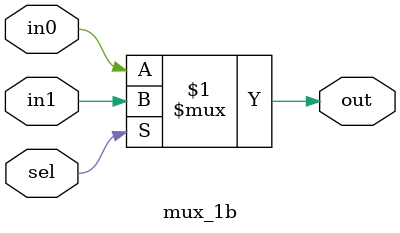
<source format=v>
module mux_1b (
  input  wire             sel,
  input  wire             in0,
  input  wire             in1,
  output wire             out
);

  assign out = sel? in1 : in0;

endmodule
</source>
